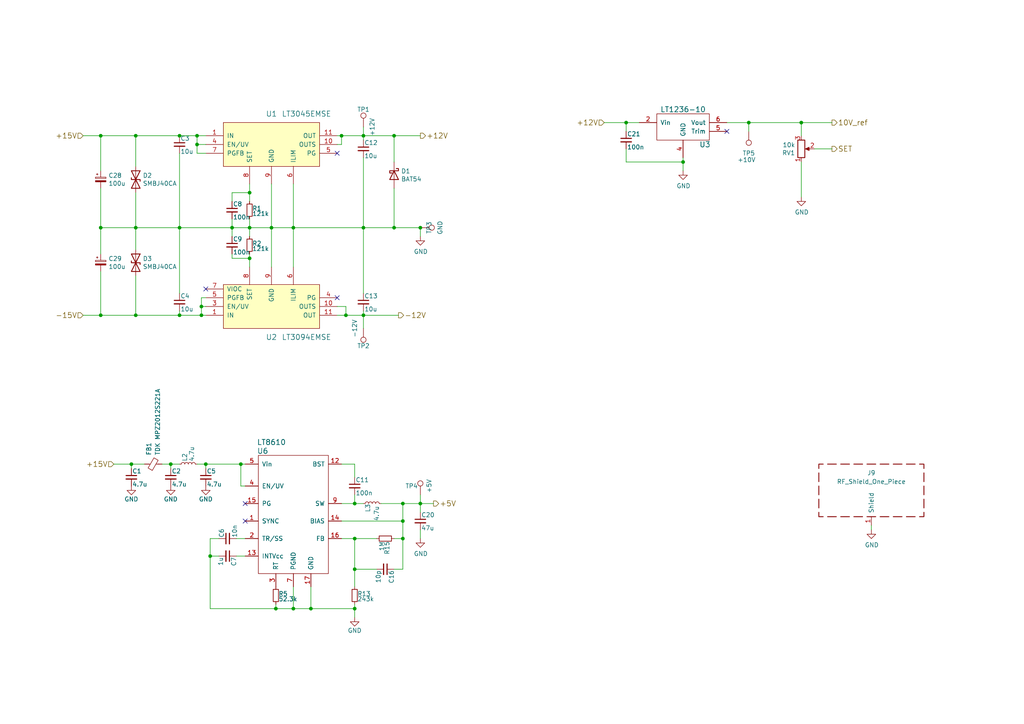
<source format=kicad_sch>
(kicad_sch (version 20211123) (generator eeschema)
  (paper "A4")
  (title_block (title "RedPitaya Lockbox: +/-12V,+5V Supply and +10V Reference") (date "2022-02-22") (rev "1.6") (company "Atoms-Photons-Quanta, Institut für Angewandte Physik, TU Darmstadt") (comment 1 "Tilman Preuschoff"))
  (lib_symbols
    (symbol "Connector:TestPoint" (pin_numbers hide) (pin_names (offset 0.762) hide)
      (property "Reference" "TP" (at 0 6.858 0))
      (property "Value" "TestPoint" (at 0 5.08 0))
      (symbol "TestPoint_0_1"
        (circle (center 0 3.302) (radius 0.762))
      )
      (symbol "TestPoint_1_1"
        (pin passive line (at 0 0 90) (length 2.54) (name "1") (number "1"))
      )
    )
    (symbol "Device:C_Polarized_Small" (pin_numbers hide) (pin_names (offset 0.254) hide)
      (property "Reference" "C" (at 0.254 1.778 0))
      (property "Value" "C_Polarized_Small" (at 0.254 -2.032 0))
      (symbol "C_Polarized_Small_0_1"
        (rectangle (start -1.524 -0.3048) (end 1.524 -0.6858) (fill (type outline)))
        (rectangle (start -1.524 0.6858) (end 1.524 0.3048))
        (polyline (pts (xy -1.27 1.524) (xy -0.762 1.524)))
        (polyline (pts (xy -1.016 1.27) (xy -1.016 1.778)))
      )
      (symbol "C_Polarized_Small_1_1"
        (pin passive line (at 0 2.54 270) (length 1.8542) (name "~") (number "1"))
        (pin passive line (at 0 -2.54 90) (length 1.8542) (name "~") (number "2"))
      )
    )
    (symbol "Device:C_Small" (pin_numbers hide) (pin_names (offset 0.254) hide)
      (property "Reference" "C" (at 0.254 1.778 0))
      (property "Value" "C_Small" (at 0.254 -2.032 0))
      (symbol "C_Small_0_1"
        (polyline (pts (xy -1.524 -0.508) (xy 1.524 -0.508)) (stroke (width 0.3302)))
        (polyline (pts (xy -1.524 0.508) (xy 1.524 0.508)) (stroke (width 0.3048)))
      )
      (symbol "C_Small_1_1"
        (pin passive line (at 0 2.54 270) (length 2.032) (name "~") (number "1"))
        (pin passive line (at 0 -2.54 90) (length 2.032) (name "~") (number "2"))
      )
    )
    (symbol "Device:D_Schottky" (pin_numbers hide) (pin_names (offset 1.016) hide)
      (property "Reference" "D" (at 0 2.54 0))
      (property "Value" "D_Schottky" (at 0 -2.54 0))
      (symbol "D_Schottky_0_1"
        (polyline (pts (xy 1.27 0) (xy -1.27 0)))
        (polyline (pts (xy 1.27 1.27) (xy 1.27 -1.27) (xy -1.27 0) (xy 1.27 1.27)) (stroke (width 0.254)))
        (polyline (pts (xy -1.905 0.635) (xy -1.905 1.27) (xy -1.27 1.27) (xy -1.27 -1.27) (xy -0.635 -1.27) (xy -0.635 -0.635)) (stroke (width 0.254)))
      )
      (symbol "D_Schottky_1_1"
        (pin passive line (at -3.81 0 0) (length 2.54) (name "K") (number "1"))
        (pin passive line (at 3.81 0 180) (length 2.54) (name "A") (number "2"))
      )
    )
    (symbol "Device:D_TVS" (pin_numbers hide) (pin_names (offset 1.016) hide)
      (property "Reference" "D" (at 0 2.54 0))
      (property "Value" "D_TVS" (at 0 -2.54 0))
      (symbol "D_TVS_0_1"
        (polyline (pts (xy 1.27 0) (xy -1.27 0)))
        (polyline (pts (xy 0.508 1.27) (xy 0 1.27) (xy 0 -1.27) (xy -0.508 -1.27)) (stroke (width 0.254)))
        (polyline (pts (xy -2.54 1.27) (xy -2.54 -1.27) (xy 2.54 1.27) (xy 2.54 -1.27) (xy -2.54 1.27)) (stroke (width 0.254)))
      )
      (symbol "D_TVS_1_1"
        (pin passive line (at -3.81 0 0) (length 2.54) (name "A1") (number "1"))
        (pin passive line (at 3.81 0 180) (length 2.54) (name "A2") (number "2"))
      )
    )
    (symbol "Device:FerriteBead_Small" (pin_numbers hide) (pin_names (offset 0))
      (property "Reference" "FB" (at 1.905 1.27 0))
      (property "Value" "FerriteBead_Small" (at 1.905 -1.27 0))
      (symbol "FerriteBead_Small_0_1"
        (polyline (pts (xy 0 -1.27) (xy 0 -0.7874)))
        (polyline (pts (xy 0 0.889) (xy 0 1.2954)))
        (polyline (pts (xy -1.8288 0.2794) (xy -1.1176 1.4986) (xy 1.8288 -0.2032) (xy 1.1176 -1.4224) (xy -1.8288 0.2794)))
      )
      (symbol "FerriteBead_Small_1_1"
        (pin passive line (at 0 2.54 270) (length 1.27) (name "~") (number "1"))
        (pin passive line (at 0 -2.54 90) (length 1.27) (name "~") (number "2"))
      )
    )
    (symbol "Device:L_Small" (pin_numbers hide) (pin_names (offset 0.254) hide)
      (property "Reference" "L" (at 0.762 1.016 0))
      (property "Value" "L_Small" (at 0.762 -1.016 0))
      (symbol "L_Small_0_1"
        (arc (start 0 -2.032) (mid 0.508 -1.524) (end 0 -1.016))
        (arc (start 0 -1.016) (mid 0.508 -0.508) (end 0 0))
        (arc (start 0 0) (mid 0.508 0.508) (end 0 1.016))
        (arc (start 0 1.016) (mid 0.508 1.524) (end 0 2.032))
      )
      (symbol "L_Small_1_1"
        (pin passive line (at 0 2.54 270) (length 0.508) (name "~") (number "1"))
        (pin passive line (at 0 -2.54 90) (length 0.508) (name "~") (number "2"))
      )
    )
    (symbol "Device:RFShield_OnePiece" (pin_names (offset 1.016))
      (property "Reference" "J" (at 0 5.08 0))
      (property "Value" "RFShield_OnePiece" (at 0 2.54 0))
      (symbol "RFShield_OnePiece_0_1"
        (polyline (pts (xy -15.24 -5.08) (xy -15.24 -2.54)) (stroke (width 0.254)))
        (polyline (pts (xy -15.24 -1.27) (xy -15.24 1.27)) (stroke (width 0.254)))
        (polyline (pts (xy -15.24 2.54) (xy -15.24 5.08)) (stroke (width 0.254)))
        (polyline (pts (xy -12.7 7.62) (xy -10.16 7.62)) (stroke (width 0.254)))
        (polyline (pts (xy -10.16 -7.62) (xy -12.7 -7.62)) (stroke (width 0.254)))
        (polyline (pts (xy -6.35 -7.62) (xy -8.89 -7.62)) (stroke (width 0.254)))
        (polyline (pts (xy -6.35 7.62) (xy -8.89 7.62)) (stroke (width 0.254)))
        (polyline (pts (xy -2.54 -7.62) (xy -5.08 -7.62)) (stroke (width 0.254)))
        (polyline (pts (xy -2.54 7.62) (xy -5.08 7.62)) (stroke (width 0.254)))
        (polyline (pts (xy -1.27 -7.62) (xy 1.27 -7.62)) (stroke (width 0.254)))
        (polyline (pts (xy 1.27 7.62) (xy -1.27 7.62)) (stroke (width 0.254)))
        (polyline (pts (xy 2.54 -7.62) (xy 5.08 -7.62)) (stroke (width 0.254)))
        (polyline (pts (xy 5.08 7.62) (xy 2.54 7.62)) (stroke (width 0.254)))
        (polyline (pts (xy 6.35 -7.62) (xy 8.89 -7.62)) (stroke (width 0.254)))
        (polyline (pts (xy 8.89 7.62) (xy 6.35 7.62)) (stroke (width 0.254)))
        (polyline (pts (xy 10.16 -7.62) (xy 12.7 -7.62)) (stroke (width 0.254)))
        (polyline (pts (xy 12.7 7.62) (xy 10.16 7.62)) (stroke (width 0.254)))
        (polyline (pts (xy 15.24 -5.08) (xy 15.24 -2.54)) (stroke (width 0.254)))
        (polyline (pts (xy 15.24 -1.27) (xy 15.24 1.27)) (stroke (width 0.254)))
        (polyline (pts (xy 15.24 2.54) (xy 15.24 5.08)) (stroke (width 0.254)))
        (polyline (pts (xy -15.24 6.35) (xy -15.24 7.62) (xy -13.97 7.62)) (stroke (width 0.254)))
        (polyline (pts (xy -13.97 -7.62) (xy -15.24 -7.62) (xy -15.24 -6.35)) (stroke (width 0.254)))
        (polyline (pts (xy 13.97 -7.62) (xy 15.24 -7.62) (xy 15.24 -6.35)) (stroke (width 0.254)))
        (polyline (pts (xy 15.24 6.35) (xy 15.24 7.62) (xy 13.97 7.62)) (stroke (width 0.254)))
      )
      (symbol "RFShield_OnePiece_1_1"
        (pin passive line (at 0 -10.16 90) (length 2.54) (name "Shield") (number "1"))
      )
    )
    (symbol "Device:R_Potentiometer" (pin_names (offset 1.016) hide)
      (property "Reference" "RV" (at -4.445 0 90))
      (property "Value" "R_Potentiometer" (at -2.54 0 90))
      (symbol "R_Potentiometer_0_1"
        (polyline (pts (xy 2.54 0) (xy 1.524 0)))
        (polyline (pts (xy 1.143 0) (xy 2.286 0.508) (xy 2.286 -0.508) (xy 1.143 0)) (fill (type outline)))
        (rectangle (start 1.016 2.54) (end -1.016 -2.54) (stroke (width 0.254)))
      )
      (symbol "R_Potentiometer_1_1"
        (pin passive line (at 0 3.81 270) (length 1.27) (name "1") (number "1"))
        (pin passive line (at 3.81 0 180) (length 1.27) (name "2") (number "2"))
        (pin passive line (at 0 -3.81 90) (length 1.27) (name "3") (number "3"))
      )
    )
    (symbol "Device:R_Small" (pin_numbers hide) (pin_names (offset 0.254) hide)
      (property "Reference" "R" (at 0.762 0.508 0))
      (property "Value" "R_Small" (at 0.762 -1.016 0))
      (symbol "R_Small_0_1"
        (rectangle (start -0.762 1.778) (end 0.762 -1.778) (stroke (width 0.2032)))
      )
      (symbol "R_Small_1_1"
        (pin passive line (at 0 2.54 270) (length 0.762) (name "~") (number "1"))
        (pin passive line (at 0 -2.54 90) (length 0.762) (name "~") (number "2"))
      )
    )
    (symbol "LinearTechnology:LT1236-10" (pin_names (offset 1.016))
      (property "Reference" "U" (at 6.35 -1.27 0))
      (property "Value" "LT1236-10" (at 0 8.89 0))
      (symbol "LT1236-10_0_1"
        (rectangle (start 7.62 7.62) (end -7.62 0))
      )
      (symbol "LT1236-10_1_1"
        (pin no_connect line (at -10.16 1.27 0) (length 2.54) hide (name "NC") (number "1"))
        (pin power_in line (at -12.7 5.08 0) (length 5.08) (name "Vin") (number "2"))
        (pin no_connect line (at -10.16 1.27 0) (length 2.54) hide (name "NC") (number "3"))
        (pin power_in line (at 0 -5.08 90) (length 5.08) (name "GND") (number "4"))
        (pin input line (at 12.7 2.54 180) (length 5.08) (name "Trim") (number "5"))
        (pin power_out line (at 12.7 5.08 180) (length 5.08) (name "Vout") (number "6"))
        (pin no_connect line (at -10.16 1.27 0) (length 2.54) hide (name "NC") (number "7"))
        (pin no_connect line (at -10.16 1.27 0) (length 2.54) hide (name "NC") (number "8"))
      )
    )
    (symbol "LinearTechnology:LT3045EMSE" (pin_names (offset 1.016))
      (property "Reference" "U" (at 0 8.89 0))
      (property "Value" "LT3045EMSE" (at 10.16 8.89 0))
      (symbol "LT3045EMSE_0_1"
        (rectangle (start -13.97 6.35) (end 13.97 -6.35) (fill (type background)))
      )
      (symbol "LT3045EMSE_1_1"
        (pin power_in line (at -19.05 2.54 0) (length 5.08) (name "IN") (number "1"))
        (pin input line (at 19.05 0 180) (length 5.08) (name "OUTS") (number "10"))
        (pin power_out line (at 19.05 2.54 180) (length 5.08) (name "OUT") (number "11"))
        (pin passive line (at 19.05 2.54 180) (length 5.08) hide (name "OUT") (number "12"))
        (pin passive line (at 0 -11.43 90) (length 5.08) hide (name "GND") (number "13"))
        (pin power_in line (at -19.05 2.54 0) (length 5.08) hide (name "IN") (number "2"))
        (pin power_in line (at -19.05 2.54 0) (length 5.08) hide (name "IN") (number "3"))
        (pin input line (at -19.05 0 0) (length 5.08) (name "EN/UV") (number "4"))
        (pin output line (at 19.05 -2.54 180) (length 5.08) (name "PG") (number "5"))
        (pin input line (at 6.35 -11.43 90) (length 5.08) (name "ILIM") (number "6"))
        (pin input line (at -19.05 -2.54 0) (length 5.08) (name "PGFB") (number "7"))
        (pin input line (at -6.35 -11.43 90) (length 5.08) (name "SET") (number "8"))
        (pin power_in line (at 0 -11.43 90) (length 5.08) (name "GND") (number "9"))
      )
    )
    (symbol "LinearTechnology:LT3094EMSE" (pin_names (offset 1.016))
      (property "Reference" "U" (at 0 8.89 0))
      (property "Value" "LT3094EMSE" (at 10.16 8.89 0))
      (symbol "LT3094EMSE_0_1"
        (rectangle (start -13.97 6.35) (end 13.97 -6.35) (fill (type background)))
      )
      (symbol "LT3094EMSE_1_1"
        (pin power_in line (at -19.05 2.54 0) (length 5.08) (name "IN") (number "1"))
        (pin input line (at 19.05 0 180) (length 5.08) (name "OUTS") (number "10"))
        (pin power_out line (at 19.05 2.54 180) (length 5.08) (name "OUT") (number "11"))
        (pin passive line (at 19.05 2.54 180) (length 5.08) hide (name "OUT") (number "12"))
        (pin passive line (at -19.05 2.54 0) (length 5.08) hide (name "IN") (number "13"))
        (pin passive line (at -19.05 2.54 0) (length 5.08) hide (name "IN") (number "2"))
        (pin input line (at -19.05 0 0) (length 5.08) (name "EN/UV") (number "3"))
        (pin output line (at 19.05 -2.54 180) (length 5.08) (name "PG") (number "4"))
        (pin input line (at -19.05 -2.54 0) (length 5.08) (name "PGFB") (number "5"))
        (pin input line (at 6.35 -11.43 90) (length 5.08) (name "ILIM") (number "6"))
        (pin input line (at -19.05 -5.08 0) (length 5.08) (name "VIOC") (number "7"))
        (pin input line (at -6.35 -11.43 90) (length 5.08) (name "SET") (number "8"))
        (pin power_in line (at 0 -11.43 90) (length 5.08) (name "GND") (number "9"))
      )
    )
    (symbol "LinearTechnology:LT8610" (pin_names (offset 1.016))
      (property "Reference" "U" (at -8.89 41.91 0))
      (property "Value" "LT8610" (at -6.35 44.45 0))
      (symbol "LT8610_0_0"
        (rectangle (start -10.16 6.35) (end 10.16 40.64))
      )
      (symbol "LT8610_1_1"
        (pin input line (at -13.97 21.59 0) (length 3.81) (name "SYNC") (number "1"))
        (pin passive line (at 13.97 26.67 180) (length 3.81) hide (name "SW") (number "10"))
        (pin passive line (at 13.97 26.67 180) (length 3.81) hide (name "SW") (number "11"))
        (pin passive line (at 13.97 38.1 180) (length 3.81) (name "BST") (number "12"))
        (pin passive line (at -13.97 11.43 0) (length 3.81) (name "INTVcc") (number "13"))
        (pin passive line (at 13.97 21.59 180) (length 3.81) (name "BIAS") (number "14"))
        (pin output line (at -13.97 26.67 0) (length 3.81) (name "PG") (number "15"))
        (pin passive line (at 13.97 16.51 180) (length 3.81) (name "FB") (number "16"))
        (pin passive line (at 5.08 2.54 90) (length 3.81) (name "GND") (number "17"))
        (pin passive line (at -13.97 16.51 0) (length 3.81) (name "TR/SS") (number "2"))
        (pin passive line (at -5.08 2.54 90) (length 3.81) (name "RT") (number "3"))
        (pin passive line (at -13.97 31.75 0) (length 3.81) (name "EN/UV") (number "4"))
        (pin input line (at -13.97 38.1 0) (length 3.81) (name "Vin") (number "5"))
        (pin passive line (at -13.97 38.1 0) (length 3.81) hide (name "Vin") (number "6"))
        (pin passive line (at 0 2.54 90) (length 3.81) (name "PGND") (number "7"))
        (pin passive line (at 0 2.54 90) (length 3.81) hide (name "PGND") (number "8"))
        (pin passive line (at 13.97 26.67 180) (length 3.81) (name "SW") (number "9"))
      )
    )
    (symbol "power:GND" (power) (pin_names (offset 0))
      (property "Value" "GND" (at 0 -3.81 0))
      (symbol "GND_0_1"
        (polyline (pts (xy 0 0) (xy 0 -1.27) (xy 1.27 -1.27) (xy 0 -2.54) (xy -1.27 -1.27) (xy 0 -1.27)))
      )
      (symbol "GND_1_1"
        (pin power_in line (at 0 0 270) (length 0) hide (name "GND") (number "1"))
      )
    )
  )
  (junction (at 232.41 35.56))
  (junction (at 72.39 55.88))
  (junction (at 116.84 146.05))
  (junction (at 60.96 161.29))
  (junction (at 198.12 46.99))
  (junction (at 39.37 91.44))
  (junction (at 72.39 74.93))
  (junction (at 85.09 176.53))
  (junction (at 52.07 39.37))
  (junction (at 29.21 66.04))
  (junction (at 99.06 39.37))
  (junction (at 72.39 66.04))
  (junction (at 39.37 39.37))
  (junction (at 100.33 91.44))
  (junction (at 80.01 176.53))
  (junction (at 116.84 151.13))
  (junction (at 29.21 39.37))
  (junction (at 57.15 41.91))
  (junction (at 52.07 91.44))
  (junction (at 49.53 134.62))
  (junction (at 52.07 66.04))
  (junction (at 181.61 35.56))
  (junction (at 102.87 176.53))
  (junction (at 69.85 134.62))
  (junction (at 57.15 39.37))
  (junction (at 85.09 66.04))
  (junction (at 58.42 91.44))
  (junction (at 114.3 66.04))
  (junction (at 217.17 35.56))
  (junction (at 78.74 66.04))
  (junction (at 59.69 134.62))
  (junction (at 121.92 146.05))
  (junction (at 39.37 66.04))
  (junction (at 114.3 39.37))
  (junction (at 90.17 176.53))
  (junction (at 102.87 156.21))
  (junction (at 102.87 165.1))
  (junction (at 105.41 66.04))
  (junction (at 29.21 91.44))
  (junction (at 58.42 88.9))
  (junction (at 121.92 66.04))
  (junction (at 105.41 91.44))
  (junction (at 38.1 134.62))
  (junction (at 102.87 146.05))
  (junction (at 105.41 39.37))
  (junction (at 67.31 66.04))
  (junction (at 116.84 156.21))
  (no_connect (at 71.12 146.05))
  (no_connect (at 97.79 44.45))
  (no_connect (at 97.79 86.36))
  (no_connect (at 210.82 38.1))
  (no_connect (at 71.12 151.13))
  (no_connect (at 59.69 83.82))
  (wire (pts (xy 102.87 156.21) (xy 109.22 156.21)))
  (wire (pts (xy 67.31 63.5) (xy 67.31 66.04)))
  (wire (pts (xy 109.22 165.1) (xy 102.87 165.1)))
  (wire (pts (xy 181.61 46.99) (xy 198.12 46.99)))
  (wire (pts (xy 39.37 91.44) (xy 52.07 91.44)))
  (wire (pts (xy 78.74 66.04) (xy 85.09 66.04)))
  (wire (pts (xy 97.79 41.91) (xy 99.06 41.91)))
  (wire (pts (xy 59.69 134.62) (xy 59.69 135.89)))
  (wire (pts (xy 102.87 134.62) (xy 102.87 138.43)))
  (wire (pts (xy 121.92 153.67) (xy 121.92 156.21)))
  (wire (pts (xy 110.49 146.05) (xy 116.84 146.05)))
  (wire (pts (xy 59.69 88.9) (xy 58.42 88.9)))
  (wire (pts (xy 80.01 175.26) (xy 80.01 176.53)))
  (wire (pts (xy 99.06 41.91) (xy 99.06 39.37)))
  (wire (pts (xy 78.74 53.34) (xy 78.74 66.04)))
  (wire (pts (xy 57.15 134.62) (xy 59.69 134.62)))
  (wire (pts (xy 114.3 39.37) (xy 121.92 39.37)))
  (wire (pts (xy 198.12 45.72) (xy 198.12 46.99)))
  (wire (pts (xy 71.12 161.29) (xy 68.58 161.29)))
  (wire (pts (xy 116.84 151.13) (xy 99.06 151.13)))
  (wire (pts (xy 52.07 39.37) (xy 57.15 39.37)))
  (wire (pts (xy 116.84 165.1) (xy 114.3 165.1)))
  (wire (pts (xy 80.01 176.53) (xy 85.09 176.53)))
  (wire (pts (xy 97.79 39.37) (xy 99.06 39.37)))
  (wire (pts (xy 100.33 88.9) (xy 100.33 91.44)))
  (wire (pts (xy 39.37 39.37) (xy 52.07 39.37)))
  (wire (pts (xy 29.21 91.44) (xy 39.37 91.44)))
  (wire (pts (xy 67.31 66.04) (xy 67.31 68.58)))
  (wire (pts (xy 121.92 146.05) (xy 125.73 146.05)))
  (wire (pts (xy 69.85 134.62) (xy 71.12 134.62)))
  (wire (pts (xy 52.07 91.44) (xy 58.42 91.44)))
  (wire (pts (xy 60.96 176.53) (xy 80.01 176.53)))
  (wire (pts (xy 105.41 45.72) (xy 105.41 66.04)))
  (wire (pts (xy 78.74 66.04) (xy 78.74 77.47)))
  (wire (pts (xy 217.17 35.56) (xy 232.41 35.56)))
  (wire (pts (xy 49.53 134.62) (xy 52.07 134.62)))
  (wire (pts (xy 116.84 146.05) (xy 116.84 151.13)))
  (wire (pts (xy 52.07 66.04) (xy 67.31 66.04)))
  (wire (pts (xy 38.1 134.62) (xy 41.91 134.62)))
  (wire (pts (xy 67.31 55.88) (xy 72.39 55.88)))
  (wire (pts (xy 29.21 66.04) (xy 39.37 66.04)))
  (wire (pts (xy 29.21 73.66) (xy 29.21 66.04)))
  (wire (pts (xy 72.39 74.93) (xy 72.39 77.47)))
  (wire (pts (xy 114.3 54.61) (xy 114.3 66.04)))
  (wire (pts (xy 58.42 91.44) (xy 59.69 91.44)))
  (wire (pts (xy 116.84 156.21) (xy 116.84 165.1)))
  (wire (pts (xy 52.07 66.04) (xy 52.07 85.09)))
  (wire (pts (xy 57.15 39.37) (xy 59.69 39.37)))
  (wire (pts (xy 52.07 44.45) (xy 52.07 66.04)))
  (wire (pts (xy 100.33 91.44) (xy 105.41 91.44)))
  (wire (pts (xy 105.41 39.37) (xy 114.3 39.37)))
  (wire (pts (xy 121.92 143.51) (xy 121.92 146.05)))
  (wire (pts (xy 114.3 46.99) (xy 114.3 39.37)))
  (wire (pts (xy 67.31 74.93) (xy 72.39 74.93)))
  (wire (pts (xy 85.09 53.34) (xy 85.09 66.04)))
  (wire (pts (xy 102.87 175.26) (xy 102.87 176.53)))
  (wire (pts (xy 38.1 134.62) (xy 38.1 135.89)))
  (wire (pts (xy 72.39 55.88) (xy 72.39 58.42)))
  (wire (pts (xy 90.17 170.18) (xy 90.17 176.53)))
  (wire (pts (xy 102.87 176.53) (xy 102.87 179.07)))
  (wire (pts (xy 72.39 66.04) (xy 72.39 68.58)))
  (wire (pts (xy 121.92 146.05) (xy 121.92 148.59)))
  (wire (pts (xy 29.21 78.74) (xy 29.21 91.44)))
  (wire (pts (xy 102.87 146.05) (xy 105.41 146.05)))
  (wire (pts (xy 252.73 152.4) (xy 252.73 153.67)))
  (wire (pts (xy 102.87 165.1) (xy 102.87 170.18)))
  (wire (pts (xy 85.09 176.53) (xy 90.17 176.53)))
  (wire (pts (xy 121.92 66.04) (xy 121.92 68.58)))
  (wire (pts (xy 97.79 91.44) (xy 100.33 91.44)))
  (wire (pts (xy 102.87 143.51) (xy 102.87 146.05)))
  (wire (pts (xy 39.37 66.04) (xy 39.37 55.88)))
  (wire (pts (xy 67.31 58.42) (xy 67.31 55.88)))
  (wire (pts (xy 57.15 44.45) (xy 59.69 44.45)))
  (wire (pts (xy 29.21 39.37) (xy 39.37 39.37)))
  (wire (pts (xy 217.17 35.56) (xy 217.17 38.1)))
  (wire (pts (xy 60.96 176.53) (xy 60.96 161.29)))
  (wire (pts (xy 39.37 48.26) (xy 39.37 39.37)))
  (wire (pts (xy 59.69 134.62) (xy 69.85 134.62)))
  (wire (pts (xy 210.82 35.56) (xy 217.17 35.56)))
  (wire (pts (xy 72.39 53.34) (xy 72.39 55.88)))
  (wire (pts (xy 57.15 41.91) (xy 57.15 44.45)))
  (wire (pts (xy 105.41 90.17) (xy 105.41 91.44)))
  (wire (pts (xy 241.3 43.18) (xy 236.22 43.18)))
  (wire (pts (xy 57.15 39.37) (xy 57.15 41.91)))
  (wire (pts (xy 114.3 66.04) (xy 121.92 66.04)))
  (wire (pts (xy 105.41 91.44) (xy 105.41 95.25)))
  (wire (pts (xy 49.53 134.62) (xy 49.53 135.89)))
  (wire (pts (xy 52.07 66.04) (xy 39.37 66.04)))
  (wire (pts (xy 24.13 91.44) (xy 29.21 91.44)))
  (wire (pts (xy 59.69 86.36) (xy 58.42 86.36)))
  (wire (pts (xy 105.41 40.64) (xy 105.41 39.37)))
  (wire (pts (xy 97.79 88.9) (xy 100.33 88.9)))
  (wire (pts (xy 181.61 43.18) (xy 181.61 46.99)))
  (wire (pts (xy 33.02 134.62) (xy 38.1 134.62)))
  (wire (pts (xy 24.13 39.37) (xy 29.21 39.37)))
  (wire (pts (xy 114.3 156.21) (xy 116.84 156.21)))
  (wire (pts (xy 181.61 35.56) (xy 185.42 35.56)))
  (wire (pts (xy 85.09 66.04) (xy 105.41 66.04)))
  (wire (pts (xy 105.41 66.04) (xy 105.41 85.09)))
  (wire (pts (xy 99.06 39.37) (xy 105.41 39.37)))
  (wire (pts (xy 58.42 86.36) (xy 58.42 88.9)))
  (wire (pts (xy 52.07 90.17) (xy 52.07 91.44)))
  (wire (pts (xy 99.06 156.21) (xy 102.87 156.21)))
  (wire (pts (xy 59.69 41.91) (xy 57.15 41.91)))
  (wire (pts (xy 105.41 91.44) (xy 115.57 91.44)))
  (wire (pts (xy 85.09 66.04) (xy 85.09 77.47)))
  (wire (pts (xy 67.31 66.04) (xy 72.39 66.04)))
  (wire (pts (xy 232.41 35.56) (xy 232.41 39.37)))
  (wire (pts (xy 72.39 73.66) (xy 72.39 74.93)))
  (wire (pts (xy 99.06 134.62) (xy 102.87 134.62)))
  (wire (pts (xy 29.21 49.53) (xy 29.21 39.37)))
  (wire (pts (xy 39.37 80.01) (xy 39.37 91.44)))
  (wire (pts (xy 232.41 35.56) (xy 241.3 35.56)))
  (wire (pts (xy 105.41 36.83) (xy 105.41 39.37)))
  (wire (pts (xy 99.06 146.05) (xy 102.87 146.05)))
  (wire (pts (xy 175.26 35.56) (xy 181.61 35.56)))
  (wire (pts (xy 29.21 54.61) (xy 29.21 66.04)))
  (wire (pts (xy 72.39 63.5) (xy 72.39 66.04)))
  (wire (pts (xy 69.85 134.62) (xy 69.85 140.97)))
  (wire (pts (xy 181.61 38.1) (xy 181.61 35.56)))
  (wire (pts (xy 69.85 140.97) (xy 71.12 140.97)))
  (wire (pts (xy 85.09 170.18) (xy 85.09 176.53)))
  (wire (pts (xy 58.42 88.9) (xy 58.42 91.44)))
  (wire (pts (xy 71.12 156.21) (xy 68.58 156.21)))
  (wire (pts (xy 72.39 66.04) (xy 78.74 66.04)))
  (wire (pts (xy 39.37 72.39) (xy 39.37 66.04)))
  (wire (pts (xy 116.84 151.13) (xy 116.84 156.21)))
  (wire (pts (xy 67.31 73.66) (xy 67.31 74.93)))
  (wire (pts (xy 90.17 176.53) (xy 102.87 176.53)))
  (wire (pts (xy 60.96 156.21) (xy 63.5 156.21)))
  (wire (pts (xy 232.41 46.99) (xy 232.41 57.15)))
  (wire (pts (xy 116.84 146.05) (xy 121.92 146.05)))
  (wire (pts (xy 198.12 46.99) (xy 198.12 49.53)))
  (wire (pts (xy 105.41 66.04) (xy 114.3 66.04)))
  (wire (pts (xy 63.5 161.29) (xy 60.96 161.29)))
  (wire (pts (xy 102.87 156.21) (xy 102.87 165.1)))
  (wire (pts (xy 60.96 161.29) (xy 60.96 156.21)))
  (wire (pts (xy 46.99 134.62) (xy 49.53 134.62)))
  (hierarchical_label "+15V" (shape input) (at 33.02 134.62 180) (effects (font (size 1.524 1.524))))
  (hierarchical_label "+5V" (shape output) (at 125.73 146.05 0) (effects (font (size 1.524 1.524))))
  (hierarchical_label "+12V" (shape output) (at 121.92 39.37 0) (effects (font (size 1.524 1.524))))
  (hierarchical_label "+15V" (shape input) (at 24.13 39.37 180) (effects (font (size 1.524 1.524))))
  (hierarchical_label "10V_ref" (shape output) (at 241.3 35.56 0) (effects (font (size 1.524 1.524))))
  (hierarchical_label "-15V" (shape input) (at 24.13 91.44 180) (effects (font (size 1.524 1.524))))
  (hierarchical_label "-12V" (shape output) (at 115.57 91.44 0) (effects (font (size 1.524 1.524))))
  (hierarchical_label "+12V" (shape input) (at 175.26 35.56 180) (effects (font (size 1.524 1.524))))
  (hierarchical_label "SET" (shape output) (at 241.3 43.18 0) (effects (font (size 1.524 1.524))))
  (symbol (lib_id "Device:C_Small") (at 52.07 87.63 0) (unit 1)
    (property "Reference" "C4" (at 52.324 85.852 0) (effects (justify left)))
    (property "Value" "10u" (at 52.324 89.662 0) (effects (justify left)))
    (property "Footprint" "Capacitor_SMD:C_1210_3225Metric" (effects hide))
    (property "MFN" "Taiyo Yuden" (effects hide))
    (property "PN" "GMK325BJ106MN-T" (effects hide))
  )
  (symbol (lib_id "Device:R_Small") (at 72.39 60.96 0) (unit 1)
    (property "Reference" "R1" (at 73.152 60.452 0) (effects (justify left)))
    (property "Value" "121k" (at 73.152 61.976 0) (effects (justify left)))
    (property "Footprint" "Resistor_SMD:R_0603_1608Metric" (effects hide))
    (property "MFN" "Susumu" (effects hide))
    (property "PN" "RR0816P-1213-D-09D" (effects hide))
  )
  (symbol (lib_id "Device:C_Small") (at 67.31 71.12 0) (unit 1)
    (property "Reference" "C9" (at 67.564 69.342 0) (effects (justify left)))
    (property "Value" "100n" (at 67.564 73.152 0) (effects (justify left)))
    (property "Footprint" "Capacitor_SMD:C_1206_3216Metric" (effects hide))
    (property "MFN" "KEMET" (effects hide))
    (property "PN" "C1206C104K3GEC7210" (effects hide))
  )
  (symbol (lib_id "LinearTechnology:LT8610") (at 85.09 172.72 0) (unit 1)
    (property "Reference" "U6" (at 76.2 130.81 0) (effects (font (size 1.524 1.524))))
    (property "Value" "LT8610" (at 78.74 128.27 0) (effects (font (size 1.524 1.524))))
    (property "Footprint" "Package_SO:MSOP-16-1EP_3x4.039mm_P0.5mm_EP1.651x2.845mm" (effects hide))
    (property "MFN" "Analog Devices" (effects hide))
    (property "PN" "LT8610EMSE#TRPBF" (effects hide))
  )
  (symbol (lib_id "Device:C_Small") (at 38.1 138.43 0) (unit 1)
    (property "Reference" "C1" (at 38.354 136.652 0) (effects (justify left)))
    (property "Value" "4.7u" (at 38.354 140.462 0) (effects (justify left)))
    (property "Footprint" "Capacitor_SMD:C_0805_2012Metric" (effects hide))
    (property "MFN" "Wurth Electronics" (effects hide))
    (property "PN" "885012107013" (effects hide))
  )
  (symbol (lib_id "Device:C_Small") (at 66.04 156.21 90) (unit 1)
    (property "Reference" "C6" (at 64.262 155.956 0) (effects (justify left)))
    (property "Value" "10n" (at 68.072 155.956 0) (effects (justify left)))
    (property "Footprint" "Capacitor_SMD:C_0603_1608Metric" (effects hide))
    (property "MFN" "Murata Electronics" (effects hide))
    (property "PN" "GRM1885C1H103JA01D" (effects hide))
  )
  (symbol (lib_id "Device:C_Small") (at 66.04 161.29 270) (unit 1)
    (property "Reference" "C7" (at 67.818 161.544 0) (effects (justify left)))
    (property "Value" "1u" (at 64.008 161.544 0) (effects (justify left)))
    (property "Footprint" "Capacitor_SMD:C_0805_2012Metric" (effects hide))
    (property "MFN" "Taiyo Yuden" (effects hide))
    (property "PN" "UMK212B7105KG-T" (effects hide))
  )
  (symbol (lib_id "Device:C_Small") (at 111.76 165.1 270) (unit 1)
    (property "Reference" "C16" (at 113.538 165.354 0) (effects (justify left)))
    (property "Value" "10p" (at 109.728 165.354 0) (effects (justify left)))
    (property "Footprint" "Capacitor_SMD:C_0603_1608Metric" (effects hide))
    (property "MFN" "Wurth Electronics" (effects hide))
    (property "PN" "885012006051" (effects hide))
  )
  (symbol (lib_id "Device:R_Small") (at 80.01 172.72 0) (unit 1)
    (property "Reference" "R5" (at 80.772 172.212 0) (effects (justify left)))
    (property "Value" "52.3k" (at 80.772 173.736 0) (effects (justify left)))
    (property "Footprint" "Resistor_SMD:R_0603_1608Metric" (effects hide))
    (property "MFN" "Susumu" (effects hide))
    (property "PN" "RR0816P-5232-D-70C" (effects hide))
  )
  (symbol (lib_id "Device:R_Small") (at 102.87 172.72 0) (unit 1)
    (property "Reference" "R13" (at 103.632 172.212 0) (effects (justify left)))
    (property "Value" "243k" (at 103.632 173.736 0) (effects (justify left)))
    (property "Footprint" "Resistor_SMD:R_0603_1608Metric" (effects hide))
    (property "MFN" "Susumu" (effects hide))
    (property "PN" "RR0816P-2433-D-38D" (effects hide))
  )
  (symbol (lib_id "Device:R_Small") (at 111.76 156.21 270) (unit 1)
    (property "Reference" "R15" (at 112.268 156.972 0) (effects (justify left)))
    (property "Value" "1M" (at 110.744 156.972 0) (effects (justify left)))
    (property "Footprint" "Resistor_SMD:R_0603_1608Metric" (effects hide))
    (property "MFN" "Panasonic" (effects hide))
    (property "PN" "ERJ-3RED1004V" (effects hide))
  )
  (symbol (lib_id "Device:L_Small") (at 107.95 146.05 90) (unit 1)
    (property "Reference" "L3" (at 106.68 148.59 0) (effects (justify left)))
    (property "Value" "4.7u" (at 109.22 151.13 0) (effects (justify left)))
    (property "Footprint" "custom:Coilcraft_MSS1278T" (effects hide))
    (property "MFN" "Coilcraft" (effects hide))
    (property "PN" "MSS1278T-472MLD" (effects hide))
  )
  (symbol (lib_id "Device:L_Small") (at 54.61 134.62 90) (unit 1)
    (property "Reference" "L2" (at 53.594 133.858 0) (effects (justify left)))
    (property "Value" "4.7u" (at 55.626 133.858 0) (effects (justify left)))
    (property "Footprint" "custom:Coilcraft_MSS1278T" (effects hide))
    (property "MFN" "Coilcraft" (effects hide))
    (property "PN" "MSS1278T-472MLD" (effects hide))
  )
  (symbol (lib_id "Device:FerriteBead_Small") (at 44.45 134.62 90) (unit 1)
    (property "Reference" "FB1" (at 43.18 132.08 0) (effects (justify left)))
    (property "Value" "TDK MPZ2012S221A" (at 45.72 132.08 0) (effects (justify left)))
    (property "Footprint" "Inductor_SMD:L_0805_2012Metric" (effects hide))
    (property "MFN" "TDK" (effects hide))
    (property "PN" "MPZ2012S221AT000" (effects hide))
  )
  (symbol (lib_id "power:GND") (at 38.1 140.97 0) (unit 1)
    (property "Reference" "#PWR0101" (effects hide))
    (property "Value" "GND" (at 38.1 144.78 0))
  )
  (symbol (lib_id "power:GND") (at 49.53 140.97 0) (unit 1)
    (property "Reference" "#PWR0102" (effects hide))
    (property "Value" "GND" (at 49.53 144.78 0))
  )
  (symbol (lib_id "power:GND") (at 59.69 140.97 0) (unit 1)
    (property "Reference" "#PWR0103" (effects hide))
    (property "Value" "GND" (at 59.69 144.78 0))
  )
  (symbol (lib_id "power:GND") (at 102.87 179.07 0) (unit 1)
    (property "Reference" "#PWR0104" (effects hide))
    (property "Value" "GND" (at 102.87 182.88 0))
  )
  (symbol (lib_id "Device:C_Small") (at 121.92 151.13 0) (unit 1)
    (property "Reference" "C20" (at 122.174 149.352 0) (effects (justify left)))
    (property "Value" "47u" (at 122.174 153.162 0) (effects (justify left)))
    (property "Footprint" "Capacitor_SMD:C_1210_3225Metric" (effects hide))
    (property "MFN" "Taiyo Yuden" (effects hide))
    (property "PN" "EMK325BJ476MM-P" (effects hide))
  )
  (symbol (lib_id "Device:RFShield_OnePiece") (at 252.73 142.24 0) (unit 1)
    (property "Reference" "J9" (at 252.73 137.16 0))
    (property "Value" "RF_Shield_One_Piece" (at 252.73 139.7 0))
    (property "Footprint" "custom:Laird_Technologies_BMI-S-107_44.37x44.37mm" (effects hide))
    (property "MFN" "Wurth Electronics" (effects hide))
    (property "PN" "36907406S" (effects hide))
    (property "Config" "DNF" (effects hide))
  )
  (symbol (lib_id "Device:C_Small") (at 67.31 60.96 0) (unit 1)
    (property "Reference" "C8" (at 67.564 59.182 0) (effects (justify left)))
    (property "Value" "100n" (at 67.564 62.992 0) (effects (justify left)))
    (property "Footprint" "Capacitor_SMD:C_1206_3216Metric" (effects hide))
    (property "MFN" "KEMET" (effects hide))
    (property "PN" "C1206C104K3GEC7210" (effects hide))
  )
  (symbol (lib_id "Device:C_Small") (at 181.61 40.64 0) (unit 1)
    (property "Reference" "C21" (at 181.864 38.862 0) (effects (justify left)))
    (property "Value" "100n" (at 181.864 42.672 0) (effects (justify left)))
    (property "Footprint" "Capacitor_SMD:C_1206_3216Metric" (effects hide))
    (property "MFN" "KEMET" (effects hide))
    (property "PN" "C1206C104K3GEC7210" (effects hide))
  )
  (symbol (lib_id "Device:C_Small") (at 52.07 41.91 0) (unit 1)
    (property "Reference" "C3" (at 52.324 40.132 0) (effects (justify left)))
    (property "Value" "10u" (at 52.324 43.942 0) (effects (justify left)))
    (property "Footprint" "Capacitor_SMD:C_1210_3225Metric" (effects hide))
    (property "MFN" "Taiyo Yuden" (effects hide))
    (property "PN" "GMK325BJ106MN-T" (effects hide))
  )
  (symbol (lib_id "Device:C_Small") (at 105.41 43.18 0) (unit 1)
    (property "Reference" "C12" (at 105.664 41.402 0) (effects (justify left)))
    (property "Value" "10u" (at 105.664 45.212 0) (effects (justify left)))
    (property "Footprint" "Capacitor_SMD:C_1210_3225Metric" (effects hide))
    (property "MFN" "Taiyo Yuden" (effects hide))
    (property "PN" "GMK325BJ106MN-T" (effects hide))
  )
  (symbol (lib_id "Device:C_Small") (at 105.41 87.63 0) (unit 1)
    (property "Reference" "C13" (at 105.664 85.852 0) (effects (justify left)))
    (property "Value" "10u" (at 105.664 89.662 0) (effects (justify left)))
    (property "Footprint" "Capacitor_SMD:C_1210_3225Metric" (effects hide))
    (property "MFN" "Taiyo Yuden" (effects hide))
    (property "PN" "GMK325BJ106MN-T" (effects hide))
  )
  (symbol (lib_id "Device:C_Small") (at 49.53 138.43 0) (unit 1)
    (property "Reference" "C2" (at 49.784 136.652 0) (effects (justify left)))
    (property "Value" "4.7u" (at 49.784 140.462 0) (effects (justify left)))
    (property "Footprint" "Capacitor_SMD:C_0805_2012Metric" (effects hide))
    (property "MFN" "Wurth Electronics" (effects hide))
    (property "PN" "885012107013" (effects hide))
  )
  (symbol (lib_id "Device:C_Small") (at 59.69 138.43 0) (unit 1)
    (property "Reference" "C5" (at 59.944 136.652 0) (effects (justify left)))
    (property "Value" "4.7u" (at 59.944 140.462 0) (effects (justify left)))
    (property "Footprint" "Capacitor_SMD:C_0805_2012Metric" (effects hide))
    (property "MFN" "Wurth Electronics" (effects hide))
    (property "PN" "885012107013" (effects hide))
  )
  (symbol (lib_id "Device:C_Small") (at 102.87 140.97 0) (unit 1)
    (property "Reference" "C11" (at 103.124 139.192 0) (effects (justify left)))
    (property "Value" "100n" (at 103.124 143.002 0) (effects (justify left)))
    (property "Footprint" "Capacitor_SMD:C_0603_1608Metric" (effects hide))
    (property "MFN" "Kemet" (effects hide))
    (property "PN" "C0603C104K5RECAUTO" (effects hide))
  )
  (symbol (lib_id "Connector:TestPoint") (at 121.92 143.51 0) (unit 1)
    (property "Reference" "TP4" (at 119.38 140.97 0))
    (property "Value" "+5V" (at 124.46 140.97 90))
    (property "Footprint" "TestPoint:TestPoint_THTPad_D1.5mm_Drill0.7mm" (effects hide))
  )
  (symbol (lib_id "Connector:TestPoint") (at 105.41 95.25 180) (unit 1)
    (property "Reference" "TP2" (at 105.41 100.33 0))
    (property "Value" "-12V" (at 102.87 95.25 90))
    (property "Footprint" "TestPoint:TestPoint_THTPad_D1.5mm_Drill0.7mm" (effects hide))
  )
  (symbol (lib_id "Connector:TestPoint") (at 105.41 36.83 0) (unit 1)
    (property "Reference" "TP1" (at 105.41 31.75 0))
    (property "Value" "+12V" (at 107.95 36.83 90))
    (property "Footprint" "TestPoint:TestPoint_THTPad_D1.5mm_Drill0.7mm" (effects hide))
  )
  (symbol (lib_id "Connector:TestPoint") (at 121.92 66.04 270) (unit 1)
    (property "Reference" "TP3" (at 124.46 66.04 0))
    (property "Value" "GND" (at 127.635 66.04 0))
    (property "Footprint" "TestPoint:TestPoint_THTPad_D1.5mm_Drill0.7mm" (effects hide))
  )
  (symbol (lib_id "Device:R_Small") (at 72.39 71.12 0) (unit 1)
    (property "Reference" "R2" (at 73.152 70.612 0) (effects (justify left)))
    (property "Value" "121k" (at 73.152 72.136 0) (effects (justify left)))
    (property "Footprint" "Resistor_SMD:R_0603_1608Metric" (effects hide))
    (property "MFN" "Susumu" (effects hide))
    (property "PN" "RR0816P-1213-D-09D" (effects hide))
  )
  (symbol (lib_id "Connector:TestPoint") (at 217.17 38.1 180) (unit 1)
    (property "Reference" "TP5" (at 217.17 44.45 0))
    (property "Value" "+10V" (at 216.535 46.355 0))
    (property "Footprint" "TestPoint:TestPoint_THTPad_D1.5mm_Drill0.7mm" (effects hide))
  )
  (symbol (lib_id "LinearTechnology:LT1236-10") (at 198.12 40.64 0) (unit 1)
    (property "Reference" "U3" (at 204.47 41.91 0) (effects (font (size 1.524 1.524))))
    (property "Value" "LT1236-10" (at 198.12 31.75 0) (effects (font (size 1.524 1.524))))
    (property "Footprint" "Package_SO:SOIC-8_3.9x4.9mm_P1.27mm" (effects hide))
    (property "MFN" "Analog Devices" (effects hide))
    (property "PN" "LT1236ACS8-10#PBF" (effects hide))
  )
  (symbol (lib_id "LinearTechnology:LT3045EMSE") (at 78.74 41.91 0) (unit 1)
    (property "Reference" "U1" (at 78.74 33.02 0) (effects (font (size 1.524 1.524))))
    (property "Value" "LT3045EMSE" (at 88.9 33.02 0) (effects (font (size 1.524 1.524))))
    (property "Footprint" "Package_SO:MSOP-12-1EP_3x4mm_P0.65mm_EP1.65x2.85mm" (effects hide))
    (property "MFN" "Analog Devices" (effects hide))
    (property "PN" "LT3045EMSE#PBF" (effects hide))
  )
  (symbol (lib_id "LinearTechnology:LT3094EMSE") (at 78.74 88.9 0) (mirror x) (unit 1)
    (property "Reference" "U2" (at 78.74 97.79 0) (effects (font (size 1.524 1.524))))
    (property "Value" "LT3094EMSE" (at 88.9 97.79 0) (effects (font (size 1.524 1.524))))
    (property "Footprint" "Package_SO:MSOP-12-1EP_3x4mm_P0.65mm_EP1.65x2.85mm" (effects hide))
    (property "MFN" "Analog Devices" (effects hide))
    (property "PN" "LT3094EMSE#TRPBF" (effects hide))
    (property "Alternative" "LT3094EMSE#PBF" (effects hide))
  )
  (symbol (lib_id "Device:R_Potentiometer") (at 232.41 43.18 0) (mirror x) (unit 1)
    (property "Reference" "RV1" (at 230.632 44.3484 0) (effects (justify right)))
    (property "Value" "10k" (at 230.632 42.037 0) (effects (justify right)))
    (property "Footprint" "custom:Pin_Header_Straight_1x03_Pitch2.54mm_Friction_Lock" (effects hide))
    (property "MFN" "Vishay" (effects hide))
    (property "PN" "534B1103JC" (effects hide))
  )
  (symbol (lib_id "power:GND") (at 232.41 57.15 0) (unit 1)
    (property "Reference" "#PWR0105" (effects hide))
    (property "Value" "GND" (at 232.537 61.5442 0))
  )
  (symbol (lib_id "power:GND") (at 121.92 68.58 0) (unit 1)
    (property "Reference" "#PWR0107" (effects hide))
    (property "Value" "GND" (at 122.047 72.9742 0))
  )
  (symbol (lib_id "power:GND") (at 121.92 156.21 0) (unit 1)
    (property "Reference" "#PWR0108" (effects hide))
    (property "Value" "GND" (at 122.047 160.6042 0))
  )
  (symbol (lib_id "power:GND") (at 198.12 49.53 0) (unit 1)
    (property "Reference" "#PWR0109" (effects hide))
    (property "Value" "GND" (at 198.247 53.9242 0))
  )
  (symbol (lib_id "power:GND") (at 252.73 153.67 0) (unit 1)
    (property "Reference" "#PWR0110" (effects hide))
    (property "Value" "GND" (at 252.857 158.0642 0))
  )
  (symbol (lib_id "Device:D_Schottky") (at 114.3 50.8 270) (unit 1)
    (property "Reference" "D1" (at 116.332 49.6316 90) (effects (justify left)))
    (property "Value" "BAT54" (at 116.332 51.943 90) (effects (justify left)))
    (property "Footprint" "Diode_SMD:D_SOD-323" (effects hide))
    (property "MFN" "Panjit" (effects hide))
    (property "PN" "BAT54WS_R1_00001" (effects hide))
  )
  (symbol (lib_id "Device:D_TVS") (at 39.37 52.07 270) (unit 1)
    (property "Reference" "D2" (at 41.402 50.9016 90) (effects (justify left)))
    (property "Value" "SMBJ40CA" (at 41.402 53.213 90) (effects (justify left)))
    (property "Footprint" "Diode_SMD:D_SMB" (effects hide))
    (property "MFN" "Bourns" (effects hide))
    (property "PN" "SMBJ40CA-QH" (effects hide))
  )
  (symbol (lib_id "Device:D_TVS") (at 39.37 76.2 270) (unit 1)
    (property "Reference" "D3" (at 41.402 75.0316 90) (effects (justify left)))
    (property "Value" "SMBJ40CA" (at 41.402 77.343 90) (effects (justify left)))
    (property "Footprint" "Diode_SMD:D_SMB" (effects hide))
    (property "MFN" "Bourns" (effects hide))
    (property "PN" "SMBJ40CA-QH" (effects hide))
  )
  (symbol (lib_id "Device:C_Polarized_Small") (at 29.21 52.07 0) (unit 1)
    (property "Reference" "C28" (at 31.4452 50.9016 0) (effects (justify left)))
    (property "Value" "100u" (at 31.4452 53.213 0) (effects (justify left)))
    (property "Footprint" "Capacitor_THT:CP_Radial_D6.3mm_P2.50mm" (effects hide))
    (property "MFN" "Nichicon" (effects hide))
    (property "PN" "UHV1V101MED" (effects hide))
  )
  (symbol (lib_id "Device:C_Polarized_Small") (at 29.21 76.2 0) (unit 1)
    (property "Reference" "C29" (at 31.4452 75.0316 0) (effects (justify left)))
    (property "Value" "100u" (at 31.4452 77.343 0) (effects (justify left)))
    (property "Footprint" "Capacitor_THT:CP_Radial_D6.3mm_P2.50mm" (effects hide))
    (property "MFN" "Nichicon" (effects hide))
    (property "PN" "UHV1V101MED" (effects hide))
  )
)
</source>
